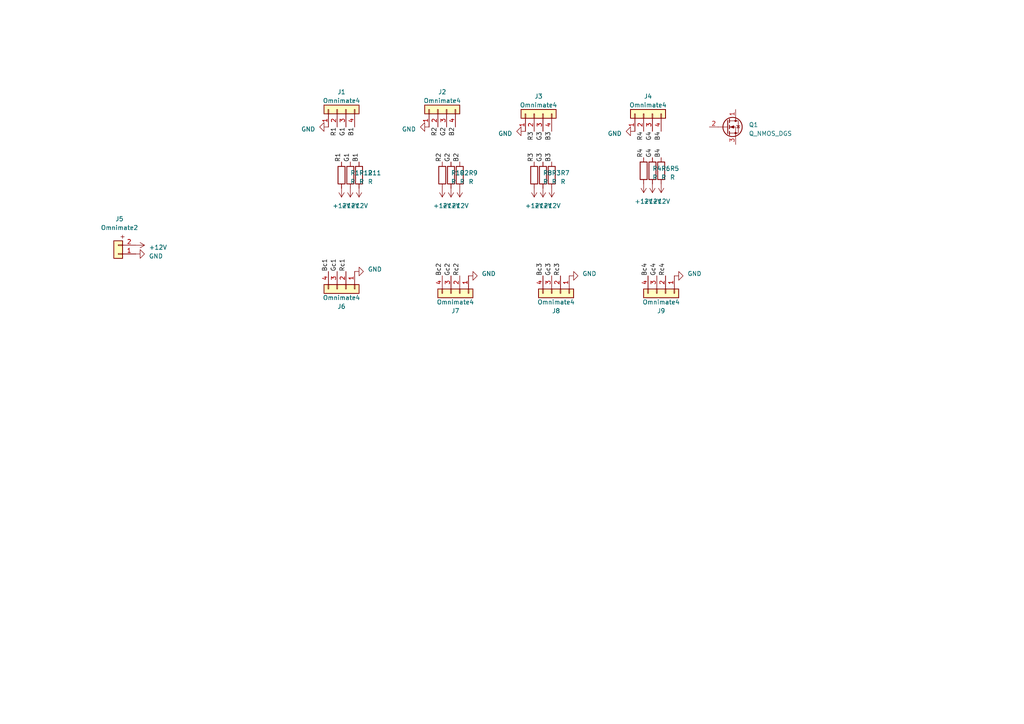
<source format=kicad_sch>
(kicad_sch (version 20230121) (generator eeschema)
  (paper "A4")
  (lib_symbols
    (symbol "Device:Q_NMOS_DGS" (pin_names (offset 0) hide)
      (property "Reference" "Q" (at 5.08 1.27 0))
      (property "Value" "Q_NMOS_DGS" (at 5.08 -1.27 0))
      (symbol "Q_NMOS_DGS_0_1"
        (polyline (pts (xy 0.254 0) (xy -2.54 0)))
        (polyline (pts (xy 0.254 1.905) (xy 0.254 -1.905)) (stroke (width 0.254)))
        (polyline (pts (xy 0.762 -1.27) (xy 0.762 -2.286)) (stroke (width 0.254)))
        (polyline (pts (xy 0.762 0.508) (xy 0.762 -0.508)) (stroke (width 0.254)))
        (polyline (pts (xy 0.762 2.286) (xy 0.762 1.27)) (stroke (width 0.254)))
        (polyline (pts (xy 2.54 2.54) (xy 2.54 1.778)))
        (polyline (pts (xy 2.54 -2.54) (xy 2.54 0) (xy 0.762 0)))
        (polyline (pts (xy 0.762 -1.778) (xy 3.302 -1.778) (xy 3.302 1.778) (xy 0.762 1.778)))
        (polyline (pts (xy 1.016 0) (xy 2.032 0.381) (xy 2.032 -0.381) (xy 1.016 0)) (fill (type outline)))
        (polyline (pts (xy 2.794 0.508) (xy 2.921 0.381) (xy 3.683 0.381) (xy 3.81 0.254)))
        (polyline (pts (xy 3.302 0.381) (xy 2.921 -0.254) (xy 3.683 -0.254) (xy 3.302 0.381)))
        (circle (center 1.651 0) (radius 2.794) (stroke (width 0.254)))
        (circle (center 2.54 -1.778) (radius 0.254) (fill (type outline)))
        (circle (center 2.54 1.778) (radius 0.254) (fill (type outline)))
      )
      (symbol "Q_NMOS_DGS_1_1"
        (pin passive line (at 2.54 5.08 270) (length 2.54) (name "D") (number "1"))
        (pin input line (at -5.08 0 0) (length 2.54) (name "G") (number "2"))
        (pin passive line (at 2.54 -5.08 90) (length 2.54) (name "S") (number "3"))
      )
    )
    (symbol "SymbGamelGe2_v6:Omnimate2" (pin_names (offset 1.016) hide)
      (property "Reference" "J" (at -1.27 2.54 0))
      (property "Value" "Omnimate2" (at 0 -5.08 0))
      (symbol "Omnimate2_0_0"
        (text "+" (at 1.27 2.54 0) (effects (font (size 1.27 1.27))))
      )
      (symbol "Omnimate2_1_1"
        (rectangle (start -1.27 1.27) (end 1.27 -3.81) (stroke (width 0.254)) (fill (type background)))
        (rectangle (start 0 -2.413) (end 1.27 -2.667) (stroke (width 0.1524)))
        (rectangle (start 0 0.127) (end 1.27 -0.127) (stroke (width 0.1524)))
        (pin passive line (at 5.08 -2.54 180) (length 3.81) (name "Pin_1") (number "1"))
        (pin passive line (at 5.08 0 180) (length 3.81) (name "Pin_2") (number "2"))
      )
    )
    (symbol "SymbGamelGe2_v6:Omnimate4" (pin_names (offset 1.016) hide)
      (property "Reference" "J" (at 0 5.08 0))
      (property "Value" "Omnimate4" (at 0 -7.62 0))
      (symbol "Omnimate4_1_1"
        (rectangle (start -1.27 -4.953) (end 0 -5.207) (stroke (width 0.1524)))
        (rectangle (start -1.27 -2.413) (end 0 -2.667) (stroke (width 0.1524)))
        (rectangle (start -1.27 0.127) (end 0 -0.127) (stroke (width 0.1524)))
        (rectangle (start -1.27 2.667) (end 0 2.413) (stroke (width 0.1524)))
        (rectangle (start -1.27 3.81) (end 1.27 -6.35) (stroke (width 0.254)) (fill (type background)))
        (pin passive line (at -5.08 2.54 0) (length 3.81) (name "Pin_1") (number "1"))
        (pin passive line (at -5.08 0 0) (length 3.81) (name "Pin_2") (number "2"))
        (pin passive line (at -5.08 -2.54 0) (length 3.81) (name "Pin_3") (number "3"))
        (pin passive line (at -5.08 -5.08 0) (length 3.81) (name "Pin_4") (number "4"))
      )
    )
    (symbol "SymbGamelGe2_v6:R" (pin_numbers hide) (pin_names (offset 0))
      (property "Reference" "R" (at 2.032 0 90))
      (property "Value" "R" (at 0 0 90))
      (symbol "R_0_1"
        (rectangle (start -1.016 -2.54) (end 1.016 2.54) (stroke (width 0.254)))
      )
      (symbol "R_1_1"
        (pin passive line (at 0 3.81 270) (length 1.27) (name "~") (number "1"))
        (pin passive line (at 0 -3.81 90) (length 1.27) (name "~") (number "2"))
      )
    )
    (symbol "power:+12V" (power) (pin_names (offset 0))
      (property "Value" "+12V" (at 0 3.556 0))
      (symbol "+12V_0_1"
        (polyline (pts (xy -0.762 1.27) (xy 0 2.54)))
        (polyline (pts (xy 0 0) (xy 0 2.54)))
        (polyline (pts (xy 0 2.54) (xy 0.762 1.27)))
      )
      (symbol "+12V_1_1"
        (pin power_in line (at 0 0 90) (length 0) hide (name "+12V") (number "1"))
      )
    )
    (symbol "power:GND" (power) (pin_names (offset 0))
      (property "Value" "GND" (at 0 -3.81 0))
      (symbol "GND_0_1"
        (polyline (pts (xy 0 0) (xy 0 -1.27) (xy 1.27 -1.27) (xy 0 -2.54) (xy -1.27 -1.27) (xy 0 -1.27)))
      )
      (symbol "GND_1_1"
        (pin power_in line (at 0 0 270) (length 0) hide (name "GND") (number "1"))
      )
    )
  )
  (label "Rc1" (at 100.33 78.74 90))
  (label "Gc4" (at 190.5 80.01 90))
  (label "Rc3" (at 162.56 80.01 90))
  (label "Rc4" (at 193.04 80.01 90))
  (label "R4" (at 186.69 38.1 270))
  (label "G1" (at 101.6 46.99 90))
  (label "R2" (at 127 36.83 270))
  (label "G3" (at 157.48 46.99 90))
  (label "G2" (at 130.81 46.99 90))
  (label "Gc2" (at 130.81 80.01 90))
  (label "B3" (at 160.02 38.1 270))
  (label "B1" (at 102.87 36.83 270))
  (label "G2" (at 129.54 36.83 270))
  (label "R3" (at 154.94 46.99 90))
  (label "B4" (at 191.77 38.1 270))
  (label "Gc3" (at 160.02 80.01 90))
  (label "B3" (at 160.02 46.99 90))
  (label "B4" (at 191.77 45.72 90))
  (label "Bc1" (at 95.25 78.74 90))
  (label "Rc2" (at 133.35 80.01 90))
  (label "B1" (at 104.14 46.99 90))
  (label "Bc3" (at 157.48 80.01 90))
  (label "G4" (at 189.23 38.1 270))
  (label "R3" (at 154.94 38.1 270))
  (label "R1" (at 99.06 46.99 90))
  (label "B2" (at 133.35 46.99 90))
  (label "G3" (at 157.48 38.1 270))
  (label "R2" (at 128.27 46.99 90))
  (label "Bc4" (at 187.96 80.01 90))
  (label "Gc1" (at 97.79 78.74 90))
  (label "B2" (at 132.08 36.83 270))
  (label "R1" (at 97.79 36.83 270))
  (label "G4" (at 189.23 45.72 90))
  (label "G1" (at 100.33 36.83 270))
  (label "R4" (at 186.69 45.72 90))
  (label "Bc2" (at 128.27 80.01 90))
  (symbol (lib_id "SymbGamelGe2_v6:R") (at 104.14 50.8 0) (unit 1)
    (property "Reference" "R11" (at 106.68 50.165 0) (effects (justify left)))
    (property "Value" "R" (at 106.68 52.705 0) (effects (justify left)))
    (property "Footprint" "FootprintGamelGe2_v6:R_Axial_DIN0207_L6.3mm_D2.5mm_P10.16mm_Horizontal" (effects hide))
  )
  (symbol (lib_id "power:+12V") (at 154.94 54.61 180) (unit 1)
    (property "Reference" "#PWR010" (effects hide))
    (property "Value" "+12V" (at 154.94 59.69 0))
  )
  (symbol (lib_id "power:GND") (at 152.4 38.1 270) (unit 1)
    (property "Reference" "#PWR016" (effects hide))
    (property "Value" "GND" (at 148.59 38.735 90) (effects (justify right)))
  )
  (symbol (lib_id "SymbGamelGe2_v6:Omnimate2") (at 34.29 71.12 0) (unit 1)
    (property "Reference" "J5" (at 34.6553 63.5 0))
    (property "Value" "Omnimate2" (at 34.6553 66.04 0))
    (property "Footprint" "FootprintGamelGe2_v6:OmnimateSL-5,08_1x02_P5.08mm_Vertical" (effects hide))
  )
  (symbol (lib_id "SymbGamelGe2_v6:Omnimate4") (at 127 31.75 90) (unit 1)
    (property "Reference" "J2" (at 128.27 26.67 90))
    (property "Value" "Omnimate4" (at 128.27 29.21 90))
    (property "Footprint" "FootprintGamelGe2_v6:OmnimateSL-5,08_1x04_P5.08mm_Vertical" (effects hide))
  )
  (symbol (lib_id "SymbGamelGe2_v6:R") (at 154.94 50.8 0) (unit 1)
    (property "Reference" "R8" (at 157.48 50.165 0) (effects (justify left)))
    (property "Value" "R" (at 157.48 52.705 0) (effects (justify left)))
    (property "Footprint" "FootprintGamelGe2_v6:R_Axial_DIN0207_L6.3mm_D2.5mm_P10.16mm_Horizontal" (effects hide))
  )
  (symbol (lib_id "power:+12V") (at 39.37 71.12 270) (unit 1)
    (property "Reference" "#PWR01" (effects hide))
    (property "Value" "+12V" (at 43.18 71.755 90) (effects (justify left)))
  )
  (symbol (lib_id "SymbGamelGe2_v6:Omnimate4") (at 100.33 83.82 270) (unit 1)
    (property "Reference" "J6" (at 99.06 88.9 90))
    (property "Value" "Omnimate4" (at 99.06 86.36 90))
    (property "Footprint" "FootprintGamelGe2_v6:OmnimateSL-5,08_1x04_P5.08mm_Vertical" (effects hide))
  )
  (symbol (lib_id "SymbGamelGe2_v6:R") (at 189.23 49.53 0) (unit 1)
    (property "Reference" "R6" (at 191.77 48.895 0) (effects (justify left)))
    (property "Value" "R" (at 191.77 51.435 0) (effects (justify left)))
    (property "Footprint" "FootprintGamelGe2_v6:R_Axial_DIN0207_L6.3mm_D2.5mm_P10.16mm_Horizontal" (effects hide))
  )
  (symbol (lib_id "SymbGamelGe2_v6:R") (at 133.35 50.8 0) (unit 1)
    (property "Reference" "R9" (at 135.89 50.165 0) (effects (justify left)))
    (property "Value" "R" (at 135.89 52.705 0) (effects (justify left)))
    (property "Footprint" "FootprintGamelGe2_v6:R_Axial_DIN0207_L6.3mm_D2.5mm_P10.16mm_Horizontal" (effects hide))
  )
  (symbol (lib_id "SymbGamelGe2_v6:Omnimate4") (at 154.94 33.02 90) (unit 1)
    (property "Reference" "J3" (at 156.21 27.94 90))
    (property "Value" "Omnimate4" (at 156.21 30.48 90))
    (property "Footprint" "FootprintGamelGe2_v6:OmnimateSL-5,08_1x04_P5.08mm_Vertical" (effects hide))
  )
  (symbol (lib_id "power:+12V") (at 160.02 54.61 180) (unit 1)
    (property "Reference" "#PWR08" (effects hide))
    (property "Value" "+12V" (at 160.02 59.69 0))
  )
  (symbol (lib_id "power:+12V") (at 104.14 54.61 180) (unit 1)
    (property "Reference" "#PWR02" (effects hide))
    (property "Value" "+12V" (at 104.14 59.69 0))
  )
  (symbol (lib_id "power:+12V") (at 99.06 54.61 180) (unit 1)
    (property "Reference" "#PWR04" (effects hide))
    (property "Value" "+12V" (at 99.06 59.69 0))
  )
  (symbol (lib_id "power:GND") (at 124.46 36.83 270) (unit 1)
    (property "Reference" "#PWR017" (effects hide))
    (property "Value" "GND" (at 120.65 37.465 90) (effects (justify right)))
  )
  (symbol (lib_id "power:GND") (at 102.87 78.74 90) (unit 1)
    (property "Reference" "#PWR019" (effects hide))
    (property "Value" "GND" (at 106.68 78.105 90) (effects (justify right)))
  )
  (symbol (lib_id "SymbGamelGe2_v6:Omnimate4") (at 193.04 85.09 270) (unit 1)
    (property "Reference" "J9" (at 191.77 90.17 90))
    (property "Value" "Omnimate4" (at 191.77 87.63 90))
    (property "Footprint" "FootprintGamelGe2_v6:OmnimateSL-5,08_1x04_P5.08mm_Vertical" (effects hide))
  )
  (symbol (lib_id "SymbGamelGe2_v6:R") (at 191.77 49.53 0) (unit 1)
    (property "Reference" "R5" (at 194.31 48.895 0) (effects (justify left)))
    (property "Value" "R" (at 194.31 51.435 0) (effects (justify left)))
    (property "Footprint" "FootprintGamelGe2_v6:R_Axial_DIN0207_L6.3mm_D2.5mm_P10.16mm_Horizontal" (effects hide))
  )
  (symbol (lib_id "power:+12V") (at 101.6 54.61 180) (unit 1)
    (property "Reference" "#PWR03" (effects hide))
    (property "Value" "+12V" (at 101.6 59.69 0))
  )
  (symbol (lib_id "power:GND") (at 195.58 80.01 90) (unit 1)
    (property "Reference" "#PWR022" (effects hide))
    (property "Value" "GND" (at 199.39 79.375 90) (effects (justify right)))
  )
  (symbol (lib_id "SymbGamelGe2_v6:Omnimate4") (at 133.35 85.09 270) (unit 1)
    (property "Reference" "J7" (at 132.08 90.17 90))
    (property "Value" "Omnimate4" (at 132.08 87.63 90))
    (property "Footprint" "FootprintGamelGe2_v6:OmnimateSL-5,08_1x04_P5.08mm_Vertical" (effects hide))
  )
  (symbol (lib_id "power:+12V") (at 189.23 53.34 180) (unit 1)
    (property "Reference" "#PWR012" (effects hide))
    (property "Value" "+12V" (at 189.23 58.42 0))
  )
  (symbol (lib_id "SymbGamelGe2_v6:R") (at 101.6 50.8 0) (unit 1)
    (property "Reference" "R12" (at 104.14 50.165 0) (effects (justify left)))
    (property "Value" "R" (at 104.14 52.705 0) (effects (justify left)))
    (property "Footprint" "FootprintGamelGe2_v6:R_Axial_DIN0207_L6.3mm_D2.5mm_P10.16mm_Horizontal" (effects hide))
  )
  (symbol (lib_id "SymbGamelGe2_v6:R") (at 160.02 50.8 0) (unit 1)
    (property "Reference" "R7" (at 162.56 50.165 0) (effects (justify left)))
    (property "Value" "R" (at 162.56 52.705 0) (effects (justify left)))
    (property "Footprint" "FootprintGamelGe2_v6:R_Axial_DIN0207_L6.3mm_D2.5mm_P10.16mm_Horizontal" (effects hide))
  )
  (symbol (lib_id "SymbGamelGe2_v6:Omnimate4") (at 162.56 85.09 270) (unit 1)
    (property "Reference" "J8" (at 161.29 90.17 90))
    (property "Value" "Omnimate4" (at 161.29 87.63 90))
    (property "Footprint" "FootprintGamelGe2_v6:OmnimateSL-5,08_1x04_P5.08mm_Vertical" (effects hide))
  )
  (symbol (lib_id "SymbGamelGe2_v6:R") (at 99.06 50.8 0) (unit 1)
    (property "Reference" "R1" (at 101.6 50.165 0) (effects (justify left)))
    (property "Value" "R" (at 101.6 52.705 0) (effects (justify left)))
    (property "Footprint" "FootprintGamelGe2_v6:R_Axial_DIN0207_L6.3mm_D2.5mm_P10.16mm_Horizontal" (effects hide))
  )
  (symbol (lib_id "SymbGamelGe2_v6:R") (at 157.48 50.8 0) (unit 1)
    (property "Reference" "R3" (at 160.02 50.165 0) (effects (justify left)))
    (property "Value" "R" (at 160.02 52.705 0) (effects (justify left)))
    (property "Footprint" "FootprintGamelGe2_v6:R_Axial_DIN0207_L6.3mm_D2.5mm_P10.16mm_Horizontal" (effects hide))
  )
  (symbol (lib_id "power:+12V") (at 191.77 53.34 180) (unit 1)
    (property "Reference" "#PWR011" (effects hide))
    (property "Value" "+12V" (at 191.77 58.42 0))
  )
  (symbol (lib_id "power:GND") (at 165.1 80.01 90) (unit 1)
    (property "Reference" "#PWR021" (effects hide))
    (property "Value" "GND" (at 168.91 79.375 90) (effects (justify right)))
  )
  (symbol (lib_id "power:+12V") (at 133.35 54.61 180) (unit 1)
    (property "Reference" "#PWR05" (effects hide))
    (property "Value" "+12V" (at 133.35 59.69 0))
  )
  (symbol (lib_id "SymbGamelGe2_v6:Omnimate4") (at 186.69 33.02 90) (unit 1)
    (property "Reference" "J4" (at 187.96 27.94 90))
    (property "Value" "Omnimate4" (at 187.96 30.48 90))
    (property "Footprint" "FootprintGamelGe2_v6:OmnimateSL-5,08_1x04_P5.08mm_Vertical" (effects hide))
  )
  (symbol (lib_id "power:GND") (at 39.37 73.66 90) (unit 1)
    (property "Reference" "#PWR014" (effects hide))
    (property "Value" "GND" (at 43.18 74.295 90) (effects (justify right)))
  )
  (symbol (lib_id "power:GND") (at 135.89 80.01 90) (unit 1)
    (property "Reference" "#PWR020" (effects hide))
    (property "Value" "GND" (at 139.7 79.375 90) (effects (justify right)))
  )
  (symbol (lib_id "power:+12V") (at 130.81 54.61 180) (unit 1)
    (property "Reference" "#PWR06" (effects hide))
    (property "Value" "+12V" (at 130.81 59.69 0))
  )
  (symbol (lib_id "SymbGamelGe2_v6:R") (at 128.27 50.8 0) (unit 1)
    (property "Reference" "R10" (at 130.81 50.165 0) (effects (justify left)))
    (property "Value" "R" (at 130.81 52.705 0) (effects (justify left)))
    (property "Footprint" "FootprintGamelGe2_v6:R_Axial_DIN0207_L6.3mm_D2.5mm_P10.16mm_Horizontal" (effects hide))
  )
  (symbol (lib_id "Device:Q_NMOS_DGS") (at 210.82 36.83 0) (unit 1)
    (property "Reference" "Q1" (at 217.17 36.195 0) (effects (justify left)))
    (property "Value" "Q_NMOS_DGS" (at 217.17 38.735 0) (effects (justify left)))
    (property "Footprint" "Package_TO_SOT_THT:TO-92" (effects hide))
  )
  (symbol (lib_id "power:+12V") (at 157.48 54.61 180) (unit 1)
    (property "Reference" "#PWR09" (effects hide))
    (property "Value" "+12V" (at 157.48 59.69 0))
  )
  (symbol (lib_id "power:+12V") (at 186.69 53.34 180) (unit 1)
    (property "Reference" "#PWR013" (effects hide))
    (property "Value" "+12V" (at 186.69 58.42 0))
  )
  (symbol (lib_id "power:GND") (at 95.25 36.83 270) (unit 1)
    (property "Reference" "#PWR018" (effects hide))
    (property "Value" "GND" (at 91.44 37.465 90) (effects (justify right)))
  )
  (symbol (lib_id "SymbGamelGe2_v6:R") (at 186.69 49.53 0) (unit 1)
    (property "Reference" "R4" (at 189.23 48.895 0) (effects (justify left)))
    (property "Value" "R" (at 189.23 51.435 0) (effects (justify left)))
    (property "Footprint" "FootprintGamelGe2_v6:R_Axial_DIN0207_L6.3mm_D2.5mm_P10.16mm_Horizontal" (effects hide))
  )
  (symbol (lib_id "power:+12V") (at 128.27 54.61 180) (unit 1)
    (property "Reference" "#PWR07" (effects hide))
    (property "Value" "+12V" (at 128.27 59.69 0))
  )
  (symbol (lib_id "power:GND") (at 184.15 38.1 270) (unit 1)
    (property "Reference" "#PWR015" (effects hide))
    (property "Value" "GND" (at 180.34 38.735 90) (effects (justify right)))
  )
  (symbol (lib_id "SymbGamelGe2_v6:Omnimate4") (at 97.79 31.75 90) (unit 1)
    (property "Reference" "J1" (at 99.06 26.67 90))
    (property "Value" "Omnimate4" (at 99.06 29.21 90))
    (property "Footprint" "FootprintGamelGe2_v6:OmnimateSL-5,08_1x04_P5.08mm_Vertical" (effects hide))
  )
  (symbol (lib_id "SymbGamelGe2_v6:R") (at 130.81 50.8 0) (unit 1)
    (property "Reference" "R2" (at 133.35 50.165 0) (effects (justify left)))
    (property "Value" "R" (at 133.35 52.705 0) (effects (justify left)))
    (property "Footprint" "FootprintGamelGe2_v6:R_Axial_DIN0207_L6.3mm_D2.5mm_P10.16mm_Horizontal" (effects hide))
  )
)
</source>
